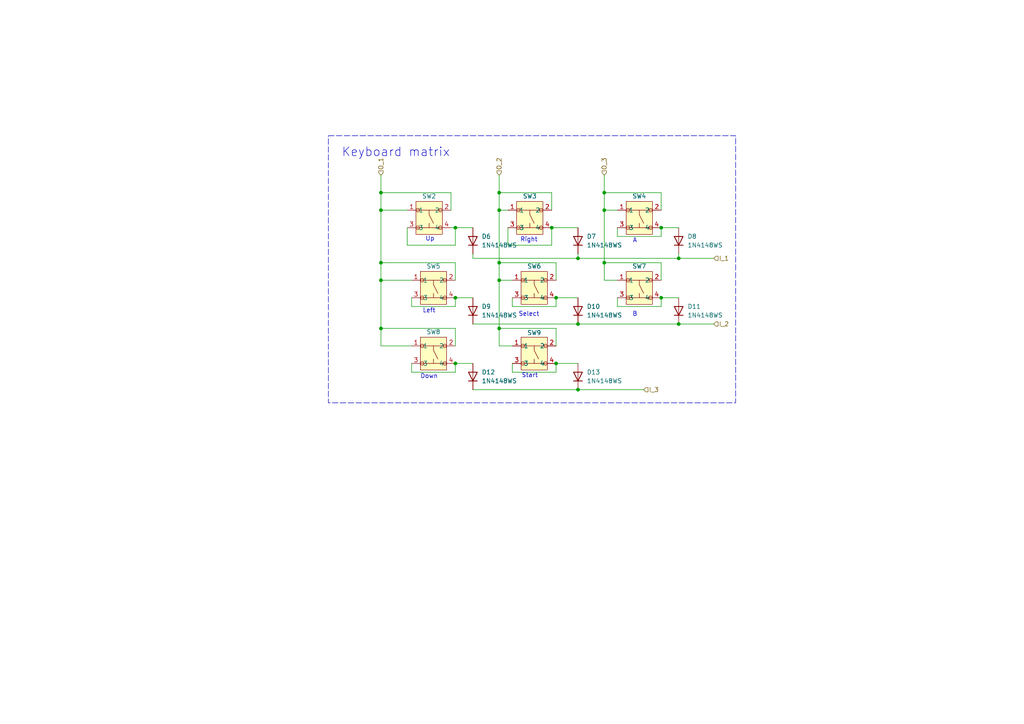
<source format=kicad_sch>
(kicad_sch (version 20231120) (generator "eeschema") (generator_version "8.0")
  (paper "A4")
  (lib_symbols
    (symbol "Diode:1N4148WS" (pin_numbers hide) (pin_names hide)
      (property "Reference" "D" (at 0 2.54 0))
      (property "Value" "1N4148WS" (at 0 -2.54 0))
      (symbol "1N4148WS_0_1"
        (polyline (pts (xy -1.27 1.27) (xy -1.27 -1.27)) (stroke (width 0.254)))
        (polyline (pts (xy 1.27 0) (xy -1.27 0)))
        (polyline (pts (xy 1.27 1.27) (xy 1.27 -1.27) (xy -1.27 0) (xy 1.27 1.27)) (stroke (width 0.254)))
      )
      (symbol "1N4148WS_1_1"
        (pin passive line (at -3.81 0 0) (length 2.54) (name "K") (number "1"))
        (pin passive line (at 3.81 0 180) (length 2.54) (name "A") (number "2"))
      )
    )
    (symbol "PTS526_SK15_SMTR2_LFS:PTS526_SK15_SMTR2_LFS" (pin_names (offset 0.762))
      (property "Reference" "SW" (at -1.27 6.604 0))
      (symbol "PTS526_SK15_SMTR2_LFS_0_1"
        (circle (center -3.302 -2.54) (radius 0.508))
        (circle (center -3.302 2.54) (radius 0.508))
        (polyline (pts (xy -3.81 -2.54) (xy 3.81 -2.54)))
        (polyline (pts (xy -3.81 2.54) (xy 3.81 2.54)))
        (polyline (pts (xy 0 -1.27) (xy 0 -2.54)))
        (polyline (pts (xy 0 2.54) (xy 0 1.27) (xy 1.27 -1.27)))
        (circle (center 3.302 -2.54) (radius 0.508))
        (circle (center 3.302 2.54) (radius 0.508))
        (pin passive line (at -6.35 2.54 0) (length 2.54) (name "1") (number "1"))
        (pin passive line (at 6.35 2.54 180) (length 2.54) (name "2") (number "2"))
        (pin passive line (at -6.35 -2.54 0) (length 2.54) (name "3") (number "3"))
        (pin passive line (at 6.35 -2.54 180) (length 2.54) (name "4") (number "4"))
      )
      (symbol "PTS526_SK15_SMTR2_LFS_1_1"
        (rectangle (start -3.81 5.08) (end 3.81 -4.445) (fill (type background)))
      )
    )
  )
  (junction (at 175.26 55.88))
  (junction (at 191.77 86.36))
  (junction (at 144.78 60.96))
  (junction (at 191.77 66.04))
  (junction (at 196.85 93.98))
  (junction (at 132.08 105.41))
  (junction (at 110.49 55.88))
  (junction (at 196.85 74.93))
  (junction (at 110.49 76.2))
  (junction (at 161.29 86.36))
  (junction (at 110.49 60.96))
  (junction (at 167.64 93.98))
  (junction (at 160.02 66.04))
  (junction (at 167.64 74.93))
  (junction (at 167.64 113.03))
  (junction (at 110.49 81.28))
  (junction (at 110.49 95.25))
  (junction (at 144.78 81.28))
  (junction (at 132.08 66.04))
  (junction (at 144.78 76.2))
  (junction (at 144.78 55.88))
  (junction (at 144.78 95.25))
  (junction (at 175.26 76.2))
  (junction (at 175.26 60.96))
  (junction (at 132.08 86.36))
  (junction (at 161.29 105.41))
  (wire (pts (xy 119.38 107.95) (xy 132.08 107.95)))
  (wire (pts (xy 167.64 113.03) (xy 186.69 113.03)))
  (wire (pts (xy 160.02 55.88) (xy 144.78 55.88)))
  (wire (pts (xy 160.02 71.12) (xy 160.02 66.04)))
  (wire (pts (xy 175.26 60.96) (xy 175.26 76.2)))
  (wire (pts (xy 119.38 105.41) (xy 119.38 107.95)))
  (wire (pts (xy 132.08 76.2) (xy 110.49 76.2)))
  (wire (pts (xy 161.29 86.36) (xy 167.64 86.36)))
  (wire (pts (xy 196.85 73.66) (xy 196.85 74.93)))
  (wire (pts (xy 179.07 66.04) (xy 179.07 68.58)))
  (wire (pts (xy 144.78 60.96) (xy 147.32 60.96)))
  (wire (pts (xy 175.26 55.88) (xy 191.77 55.88)))
  (wire (pts (xy 160.02 66.04) (xy 167.64 66.04)))
  (wire (pts (xy 130.81 55.88) (xy 110.49 55.88)))
  (wire (pts (xy 137.16 73.66) (xy 137.16 74.93)))
  (wire (pts (xy 191.77 76.2) (xy 175.26 76.2)))
  (wire (pts (xy 147.32 71.12) (xy 160.02 71.12)))
  (wire (pts (xy 130.81 66.04) (xy 132.08 66.04)))
  (wire (pts (xy 110.49 50.8) (xy 110.49 55.88)))
  (wire (pts (xy 144.78 100.33) (xy 148.59 100.33)))
  (wire (pts (xy 144.78 50.8) (xy 144.78 55.88)))
  (wire (pts (xy 196.85 93.98) (xy 207.01 93.98)))
  (wire (pts (xy 132.08 107.95) (xy 132.08 105.41)))
  (wire (pts (xy 167.64 93.98) (xy 196.85 93.98)))
  (wire (pts (xy 148.59 105.41) (xy 148.59 107.95)))
  (wire (pts (xy 161.29 105.41) (xy 167.64 105.41)))
  (wire (pts (xy 110.49 100.33) (xy 119.38 100.33)))
  (wire (pts (xy 132.08 95.25) (xy 110.49 95.25)))
  (wire (pts (xy 144.78 55.88) (xy 144.78 60.96)))
  (wire (pts (xy 191.77 66.04) (xy 196.85 66.04)))
  (wire (pts (xy 144.78 81.28) (xy 144.78 95.25)))
  (wire (pts (xy 137.16 74.93) (xy 167.64 74.93)))
  (wire (pts (xy 161.29 81.28) (xy 161.29 76.2)))
  (wire (pts (xy 179.07 88.9) (xy 191.77 88.9)))
  (wire (pts (xy 130.81 60.96) (xy 130.81 55.88)))
  (wire (pts (xy 160.02 60.96) (xy 160.02 55.88)))
  (wire (pts (xy 175.26 50.8) (xy 175.26 55.88)))
  (wire (pts (xy 110.49 60.96) (xy 110.49 76.2)))
  (wire (pts (xy 132.08 88.9) (xy 132.08 86.36)))
  (wire (pts (xy 161.29 95.25) (xy 144.78 95.25)))
  (wire (pts (xy 144.78 60.96) (xy 144.78 76.2)))
  (wire (pts (xy 110.49 60.96) (xy 118.11 60.96)))
  (wire (pts (xy 119.38 86.36) (xy 119.38 88.9)))
  (wire (pts (xy 167.64 73.66) (xy 167.64 74.93)))
  (wire (pts (xy 161.29 107.95) (xy 161.29 105.41)))
  (wire (pts (xy 144.78 95.25) (xy 144.78 100.33)))
  (wire (pts (xy 161.29 100.33) (xy 161.29 95.25)))
  (wire (pts (xy 110.49 76.2) (xy 110.49 81.28)))
  (wire (pts (xy 132.08 105.41) (xy 137.16 105.41)))
  (wire (pts (xy 118.11 71.12) (xy 132.08 71.12)))
  (wire (pts (xy 191.77 88.9) (xy 191.77 86.36)))
  (wire (pts (xy 132.08 100.33) (xy 132.08 95.25)))
  (wire (pts (xy 161.29 76.2) (xy 144.78 76.2)))
  (wire (pts (xy 147.32 66.04) (xy 147.32 71.12)))
  (wire (pts (xy 179.07 68.58) (xy 191.77 68.58)))
  (wire (pts (xy 148.59 86.36) (xy 148.59 88.9)))
  (wire (pts (xy 132.08 81.28) (xy 132.08 76.2)))
  (wire (pts (xy 132.08 71.12) (xy 132.08 66.04)))
  (wire (pts (xy 132.08 86.36) (xy 137.16 86.36)))
  (wire (pts (xy 175.26 55.88) (xy 175.26 60.96)))
  (wire (pts (xy 110.49 55.88) (xy 110.49 60.96)))
  (wire (pts (xy 144.78 81.28) (xy 148.59 81.28)))
  (wire (pts (xy 118.11 66.04) (xy 118.11 71.12)))
  (wire (pts (xy 137.16 113.03) (xy 167.64 113.03)))
  (wire (pts (xy 110.49 81.28) (xy 119.38 81.28)))
  (wire (pts (xy 167.64 74.93) (xy 196.85 74.93)))
  (wire (pts (xy 144.78 76.2) (xy 144.78 81.28)))
  (wire (pts (xy 191.77 81.28) (xy 191.77 76.2)))
  (wire (pts (xy 110.49 81.28) (xy 110.49 95.25)))
  (wire (pts (xy 196.85 74.93) (xy 207.01 74.93)))
  (wire (pts (xy 110.49 95.25) (xy 110.49 100.33)))
  (wire (pts (xy 175.26 81.28) (xy 179.07 81.28)))
  (wire (pts (xy 191.77 60.96) (xy 191.77 55.88)))
  (wire (pts (xy 119.38 88.9) (xy 132.08 88.9)))
  (wire (pts (xy 179.07 86.36) (xy 179.07 88.9)))
  (wire (pts (xy 132.08 66.04) (xy 137.16 66.04)))
  (wire (pts (xy 175.26 60.96) (xy 179.07 60.96)))
  (wire (pts (xy 191.77 86.36) (xy 196.85 86.36)))
  (wire (pts (xy 137.16 93.98) (xy 167.64 93.98)))
  (wire (pts (xy 175.26 76.2) (xy 175.26 81.28)))
  (wire (pts (xy 191.77 68.58) (xy 191.77 66.04)))
  (wire (pts (xy 148.59 107.95) (xy 161.29 107.95)))
  (wire (pts (xy 148.59 88.9) (xy 161.29 88.9)))
  (wire (pts (xy 161.29 88.9) (xy 161.29 86.36)))
  (rectangle (start 95.25 39.37) (end 213.36 116.84) (stroke (width 0) (type dash)))
  (text "Left" (at 124.46 90.17 0) (effects (font (size 1.27 1.27))))
  (text "A" (at 184.15 69.85 0) (effects (font (size 1.27 1.27))))
  (text "Select" (at 153.416 91.186 0) (effects (font (size 1.27 1.27))))
  (text "B" (at 184.15 91.186 0) (effects (font (size 1.27 1.27))))
  (text "Keyboard matrix" (at 99.06 45.72 0) (effects (font (size 2.54 2.54)) (justify left bottom)))
  (text "Right" (at 153.416 69.596 0) (effects (font (size 1.27 1.27))))
  (text "Start" (at 153.67 108.966 0) (effects (font (size 1.27 1.27))))
  (text "Down" (at 124.46 109.22 0) (effects (font (size 1.27 1.27))))
  (text "Up" (at 124.714 69.342 0) (effects (font (size 1.27 1.27))))
  (hierarchical_label "O_3" (shape input) (at 175.26 50.8 90))
  (hierarchical_label "I_1" (shape input) (at 207.01 74.93 0))
  (hierarchical_label "I_2" (shape input) (at 207.01 93.98 0))
  (hierarchical_label "O_2" (shape input) (at 144.78 50.8 90))
  (hierarchical_label "I_3" (shape input) (at 186.69 113.03 0))
  (hierarchical_label "O_1" (shape input) (at 110.49 50.8 90))
  (symbol (lib_id "PTS526_SK15_SMTR2_LFS:PTS526_SK15_SMTR2_LFS") (at 154.94 83.82 0) (unit 1)
    (property "Reference" "SW6" (at 154.94 77.216 0))
    (property "Value" "PTS526_SK15_SMTR2_LFS" (effects (hide yes)))
    (property "Footprint" "footprints:PTS526SK15SMTR2LFS" (effects (hide yes)))
    (property "Datasheet" "https://www.ckswitches.com/media/2780/pts526.pdf" (effects (hide yes)))
    (property "Description" "Tact 5.2 x 5.2, 1.5 mm H, 260gf, G leads, No ground pin, metal actuator" (effects (hide yes)))
    (property "Height" "1.65" (effects (hide yes)))
    (property "Manufacturer_Name" "C & K COMPONENTS" (effects (hide yes)))
    (property "Manufacturer_Part_Number" "PTS526 SK15 SMTR2 LFS" (effects (hide yes)))
    (property "Mouser Part Number" "611-PTS526SK15SMR2L" (effects (hide yes)))
    (property "Mouser Price/Stock" "https://www.mouser.co.uk/ProductDetail/CK/PTS526-SK15-SMTR2-LFS?qs=UXgszm6BlbF5Ezp94JAQtw%3D%3D" (effects (hide yes)))
    (property "Arrow Part Number" "PTS526 SK15 SMTR2 LFS" (effects (hide yes)))
    (property "Arrow Price/Stock" "https://www.arrow.com/en/products/pts526-sk15-smtr2-lfs/ck?region=nac" (effects (hide yes)))
  )
  (symbol (lib_id "Diode:1N4148WS") (at 137.16 69.85 90) (unit 1)
    (property "Reference" "D6" (at 139.7 68.58 90) (effects (justify right)))
    (property "Value" "1N4148WS" (at 139.7 71.12 90) (effects (justify right)))
    (property "Footprint" "Diode_SMD:D_SOD-323_HandSoldering" (effects (hide yes)))
    (property "Datasheet" "https://www.vishay.com/docs/85751/1n4148ws.pdf" (effects (hide yes)))
    (property "Sim.Device" "D" (effects (hide yes)))
    (property "Sim.Pins" "1=K 2=A" (effects (hide yes)))
  )
  (symbol (lib_id "Diode:1N4148WS") (at 167.64 109.22 90) (unit 1)
    (property "Reference" "D13" (at 170.18 107.95 90) (effects (justify right)))
    (property "Value" "1N4148WS" (at 170.18 110.49 90) (effects (justify right)))
    (property "Footprint" "Diode_SMD:D_SOD-323_HandSoldering" (effects (hide yes)))
    (property "Datasheet" "https://www.vishay.com/docs/85751/1n4148ws.pdf" (effects (hide yes)))
    (property "Sim.Device" "D" (effects (hide yes)))
    (property "Sim.Pins" "1=K 2=A" (effects (hide yes)))
  )
  (symbol (lib_id "PTS526_SK15_SMTR2_LFS:PTS526_SK15_SMTR2_LFS") (at 185.42 83.82 0) (unit 1)
    (property "Reference" "SW7" (at 185.42 77.216 0))
    (property "Value" "PTS526_SK15_SMTR2_LFS" (effects (hide yes)))
    (property "Footprint" "footprints:PTS526SK15SMTR2LFS" (effects (hide yes)))
    (property "Datasheet" "https://www.ckswitches.com/media/2780/pts526.pdf" (effects (hide yes)))
    (property "Description" "Tact 5.2 x 5.2, 1.5 mm H, 260gf, G leads, No ground pin, metal actuator" (effects (hide yes)))
    (property "Height" "1.65" (effects (hide yes)))
    (property "Manufacturer_Name" "C & K COMPONENTS" (effects (hide yes)))
    (property "Manufacturer_Part_Number" "PTS526 SK15 SMTR2 LFS" (effects (hide yes)))
    (property "Mouser Part Number" "611-PTS526SK15SMR2L" (effects (hide yes)))
    (property "Mouser Price/Stock" "https://www.mouser.co.uk/ProductDetail/CK/PTS526-SK15-SMTR2-LFS?qs=UXgszm6BlbF5Ezp94JAQtw%3D%3D" (effects (hide yes)))
    (property "Arrow Part Number" "PTS526 SK15 SMTR2 LFS" (effects (hide yes)))
    (property "Arrow Price/Stock" "https://www.arrow.com/en/products/pts526-sk15-smtr2-lfs/ck?region=nac" (effects (hide yes)))
  )
  (symbol (lib_id "Diode:1N4148WS") (at 167.64 90.17 90) (unit 1)
    (property "Reference" "D10" (at 170.18 88.9 90) (effects (justify right)))
    (property "Value" "1N4148WS" (at 170.18 91.44 90) (effects (justify right)))
    (property "Footprint" "Diode_SMD:D_SOD-323_HandSoldering" (effects (hide yes)))
    (property "Datasheet" "https://www.vishay.com/docs/85751/1n4148ws.pdf" (effects (hide yes)))
    (property "Sim.Device" "D" (effects (hide yes)))
    (property "Sim.Pins" "1=K 2=A" (effects (hide yes)))
  )
  (symbol (lib_id "PTS526_SK15_SMTR2_LFS:PTS526_SK15_SMTR2_LFS") (at 153.67 63.5 0) (unit 1)
    (property "Reference" "SW3" (at 153.67 56.896 0))
    (property "Value" "PTS526_SK15_SMTR2_LFS" (effects (hide yes)))
    (property "Footprint" "footprints:PTS526SK15SMTR2LFS" (effects (hide yes)))
    (property "Datasheet" "https://www.ckswitches.com/media/2780/pts526.pdf" (effects (hide yes)))
    (property "Description" "Tact 5.2 x 5.2, 1.5 mm H, 260gf, G leads, No ground pin, metal actuator" (effects (hide yes)))
    (property "Height" "1.65" (effects (hide yes)))
    (property "Manufacturer_Name" "C & K COMPONENTS" (effects (hide yes)))
    (property "Manufacturer_Part_Number" "PTS526 SK15 SMTR2 LFS" (effects (hide yes)))
    (property "Mouser Part Number" "611-PTS526SK15SMR2L" (effects (hide yes)))
    (property "Mouser Price/Stock" "https://www.mouser.co.uk/ProductDetail/CK/PTS526-SK15-SMTR2-LFS?qs=UXgszm6BlbF5Ezp94JAQtw%3D%3D" (effects (hide yes)))
    (property "Arrow Part Number" "PTS526 SK15 SMTR2 LFS" (effects (hide yes)))
    (property "Arrow Price/Stock" "https://www.arrow.com/en/products/pts526-sk15-smtr2-lfs/ck?region=nac" (effects (hide yes)))
  )
  (symbol (lib_id "PTS526_SK15_SMTR2_LFS:PTS526_SK15_SMTR2_LFS") (at 154.94 102.87 0) (unit 1)
    (property "Reference" "SW9" (at 154.94 96.52 0))
    (property "Value" "PTS526_SK15_SMTR2_LFS" (effects (hide yes)))
    (property "Footprint" "footprints:PTS526SK15SMTR2LFS" (effects (hide yes)))
    (property "Datasheet" "https://www.ckswitches.com/media/2780/pts526.pdf" (effects (hide yes)))
    (property "Description" "Tact 5.2 x 5.2, 1.5 mm H, 260gf, G leads, No ground pin, metal actuator" (effects (hide yes)))
    (property "Height" "1.65" (effects (hide yes)))
    (property "Manufacturer_Name" "C & K COMPONENTS" (effects (hide yes)))
    (property "Manufacturer_Part_Number" "PTS526 SK15 SMTR2 LFS" (effects (hide yes)))
    (property "Mouser Part Number" "611-PTS526SK15SMR2L" (effects (hide yes)))
    (property "Mouser Price/Stock" "https://www.mouser.co.uk/ProductDetail/CK/PTS526-SK15-SMTR2-LFS?qs=UXgszm6BlbF5Ezp94JAQtw%3D%3D" (effects (hide yes)))
    (property "Arrow Part Number" "PTS526 SK15 SMTR2 LFS" (effects (hide yes)))
    (property "Arrow Price/Stock" "https://www.arrow.com/en/products/pts526-sk15-smtr2-lfs/ck?region=nac" (effects (hide yes)))
  )
  (symbol (lib_id "PTS526_SK15_SMTR2_LFS:PTS526_SK15_SMTR2_LFS") (at 125.73 102.87 0) (unit 1)
    (property "Reference" "SW8" (at 125.73 96.266 0))
    (property "Value" "PTS526_SK15_SMTR2_LFS" (effects (hide yes)))
    (property "Footprint" "footprints:PTS526SK15SMTR2LFS" (effects (hide yes)))
    (property "Datasheet" "https://www.ckswitches.com/media/2780/pts526.pdf" (effects (hide yes)))
    (property "Description" "Tact 5.2 x 5.2, 1.5 mm H, 260gf, G leads, No ground pin, metal actuator" (effects (hide yes)))
    (property "Height" "1.65" (effects (hide yes)))
    (property "Manufacturer_Name" "C & K COMPONENTS" (effects (hide yes)))
    (property "Manufacturer_Part_Number" "PTS526 SK15 SMTR2 LFS" (effects (hide yes)))
    (property "Mouser Part Number" "611-PTS526SK15SMR2L" (effects (hide yes)))
    (property "Mouser Price/Stock" "https://www.mouser.co.uk/ProductDetail/CK/PTS526-SK15-SMTR2-LFS?qs=UXgszm6BlbF5Ezp94JAQtw%3D%3D" (effects (hide yes)))
    (property "Arrow Part Number" "PTS526 SK15 SMTR2 LFS" (effects (hide yes)))
    (property "Arrow Price/Stock" "https://www.arrow.com/en/products/pts526-sk15-smtr2-lfs/ck?region=nac" (effects (hide yes)))
  )
  (symbol (lib_id "Diode:1N4148WS") (at 196.85 69.85 90) (unit 1)
    (property "Reference" "D8" (at 199.39 68.58 90) (effects (justify right)))
    (property "Value" "1N4148WS" (at 199.39 71.12 90) (effects (justify right)))
    (property "Footprint" "Diode_SMD:D_SOD-323_HandSoldering" (effects (hide yes)))
    (property "Datasheet" "https://www.vishay.com/docs/85751/1n4148ws.pdf" (effects (hide yes)))
    (property "Sim.Device" "D" (effects (hide yes)))
    (property "Sim.Pins" "1=K 2=A" (effects (hide yes)))
  )
  (symbol (lib_id "PTS526_SK15_SMTR2_LFS:PTS526_SK15_SMTR2_LFS") (at 125.73 83.82 0) (unit 1)
    (property "Reference" "SW5" (at 125.73 77.216 0))
    (property "Value" "PTS526_SK15_SMTR2_LFS" (effects (hide yes)))
    (property "Footprint" "footprints:PTS526SK15SMTR2LFS" (effects (hide yes)))
    (property "Datasheet" "https://www.ckswitches.com/media/2780/pts526.pdf" (effects (hide yes)))
    (property "Description" "Tact 5.2 x 5.2, 1.5 mm H, 260gf, G leads, No ground pin, metal actuator" (effects (hide yes)))
    (property "Height" "1.65" (effects (hide yes)))
    (property "Manufacturer_Name" "C & K COMPONENTS" (effects (hide yes)))
    (property "Manufacturer_Part_Number" "PTS526 SK15 SMTR2 LFS" (effects (hide yes)))
    (property "Mouser Part Number" "611-PTS526SK15SMR2L" (effects (hide yes)))
    (property "Mouser Price/Stock" "https://www.mouser.co.uk/ProductDetail/CK/PTS526-SK15-SMTR2-LFS?qs=UXgszm6BlbF5Ezp94JAQtw%3D%3D" (effects (hide yes)))
    (property "Arrow Part Number" "PTS526 SK15 SMTR2 LFS" (effects (hide yes)))
    (property "Arrow Price/Stock" "https://www.arrow.com/en/products/pts526-sk15-smtr2-lfs/ck?region=nac" (effects (hide yes)))
  )
  (symbol (lib_id "Diode:1N4148WS") (at 196.85 90.17 90) (unit 1)
    (property "Reference" "D11" (at 199.39 88.9 90) (effects (justify right)))
    (property "Value" "1N4148WS" (at 199.39 91.44 90) (effects (justify right)))
    (property "Footprint" "Diode_SMD:D_SOD-323_HandSoldering" (effects (hide yes)))
    (property "Datasheet" "https://www.vishay.com/docs/85751/1n4148ws.pdf" (effects (hide yes)))
    (property "Sim.Device" "D" (effects (hide yes)))
    (property "Sim.Pins" "1=K 2=A" (effects (hide yes)))
  )
  (symbol (lib_id "Diode:1N4148WS") (at 167.64 69.85 90) (unit 1)
    (property "Reference" "D7" (at 170.18 68.58 90) (effects (justify right)))
    (property "Value" "1N4148WS" (at 170.18 71.12 90) (effects (justify right)))
    (property "Footprint" "Diode_SMD:D_SOD-323_HandSoldering" (effects (hide yes)))
    (property "Datasheet" "https://www.vishay.com/docs/85751/1n4148ws.pdf" (effects (hide yes)))
    (property "Sim.Device" "D" (effects (hide yes)))
    (property "Sim.Pins" "1=K 2=A" (effects (hide yes)))
  )
  (symbol (lib_id "PTS526_SK15_SMTR2_LFS:PTS526_SK15_SMTR2_LFS") (at 124.46 63.5 0) (unit 1)
    (property "Reference" "SW2" (at 124.46 56.896 0))
    (property "Value" "PTS526_SK15_SMTR2_LFS" (effects (hide yes)))
    (property "Footprint" "footprints:PTS526SK15SMTR2LFS" (effects (hide yes)))
    (property "Datasheet" "https://www.ckswitches.com/media/2780/pts526.pdf" (effects (hide yes)))
    (property "Description" "Tact 5.2 x 5.2, 1.5 mm H, 260gf, G leads, No ground pin, metal actuator" (effects (hide yes)))
    (property "Height" "1.65" (effects (hide yes)))
    (property "Manufacturer_Name" "C & K COMPONENTS" (effects (hide yes)))
    (property "Manufacturer_Part_Number" "PTS526 SK15 SMTR2 LFS" (effects (hide yes)))
    (property "Mouser Part Number" "611-PTS526SK15SMR2L" (effects (hide yes)))
    (property "Mouser Price/Stock" "https://www.mouser.co.uk/ProductDetail/CK/PTS526-SK15-SMTR2-LFS?qs=UXgszm6BlbF5Ezp94JAQtw%3D%3D" (effects (hide yes)))
    (property "Arrow Part Number" "PTS526 SK15 SMTR2 LFS" (effects (hide yes)))
    (property "Arrow Price/Stock" "https://www.arrow.com/en/products/pts526-sk15-smtr2-lfs/ck?region=nac" (effects (hide yes)))
  )
  (symbol (lib_id "Diode:1N4148WS") (at 137.16 90.17 90) (unit 1)
    (property "Reference" "D9" (at 139.7 88.9 90) (effects (justify right)))
    (property "Value" "1N4148WS" (at 139.7 91.44 90) (effects (justify right)))
    (property "Footprint" "Diode_SMD:D_SOD-323_HandSoldering" (effects (hide yes)))
    (property "Datasheet" "https://www.vishay.com/docs/85751/1n4148ws.pdf" (effects (hide yes)))
    (property "Sim.Device" "D" (effects (hide yes)))
    (property "Sim.Pins" "1=K 2=A" (effects (hide yes)))
  )
  (symbol (lib_id "PTS526_SK15_SMTR2_LFS:PTS526_SK15_SMTR2_LFS") (at 185.42 63.5 0) (unit 1)
    (property "Reference" "SW4" (at 185.42 56.896 0))
    (property "Value" "PTS526_SK15_SMTR2_LFS" (effects (hide yes)))
    (property "Footprint" "footprints:PTS526SK15SMTR2LFS" (effects (hide yes)))
    (property "Datasheet" "https://www.ckswitches.com/media/2780/pts526.pdf" (effects (hide yes)))
    (property "Description" "Tact 5.2 x 5.2, 1.5 mm H, 260gf, G leads, No ground pin, metal actuator" (effects (hide yes)))
    (property "Height" "1.65" (effects (hide yes)))
    (property "Manufacturer_Name" "C & K COMPONENTS" (effects (hide yes)))
    (property "Manufacturer_Part_Number" "PTS526 SK15 SMTR2 LFS" (effects (hide yes)))
    (property "Mouser Part Number" "611-PTS526SK15SMR2L" (effects (hide yes)))
    (property "Mouser Price/Stock" "https://www.mouser.co.uk/ProductDetail/CK/PTS526-SK15-SMTR2-LFS?qs=UXgszm6BlbF5Ezp94JAQtw%3D%3D" (effects (hide yes)))
    (property "Arrow Part Number" "PTS526 SK15 SMTR2 LFS" (effects (hide yes)))
    (property "Arrow Price/Stock" "https://www.arrow.com/en/products/pts526-sk15-smtr2-lfs/ck?region=nac" (effects (hide yes)))
  )
  (symbol (lib_id "Diode:1N4148WS") (at 137.16 109.22 90) (unit 1)
    (property "Reference" "D12" (at 139.7 107.95 90) (effects (justify right)))
    (property "Value" "1N4148WS" (at 139.7 110.49 90) (effects (justify right)))
    (property "Footprint" "Diode_SMD:D_SOD-323_HandSoldering" (effects (hide yes)))
    (property "Datasheet" "https://www.vishay.com/docs/85751/1n4148ws.pdf" (effects (hide yes)))
    (property "Sim.Device" "D" (effects (hide yes)))
    (property "Sim.Pins" "1=K 2=A" (effects (hide yes)))
  )
)
</source>
